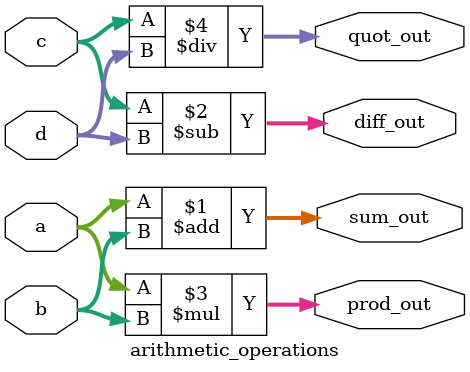
<source format=v>
module arithmetic_operations(a, b, c, d, sum_out, diff_out, prod_out, quot_out);
  input [3:0] a, b, c, d;
  output [4:0] sum_out, diff_out;
  output [7:0] prod_out;
  output [3:0] quot_out;
  
  assign sum_out = a + b;      // Addition
  assign diff_out = c - d;     // Subtraction  
  assign prod_out = a * b;     // Multiplication
  assign quot_out = c / d;     // Division
endmodule

</source>
